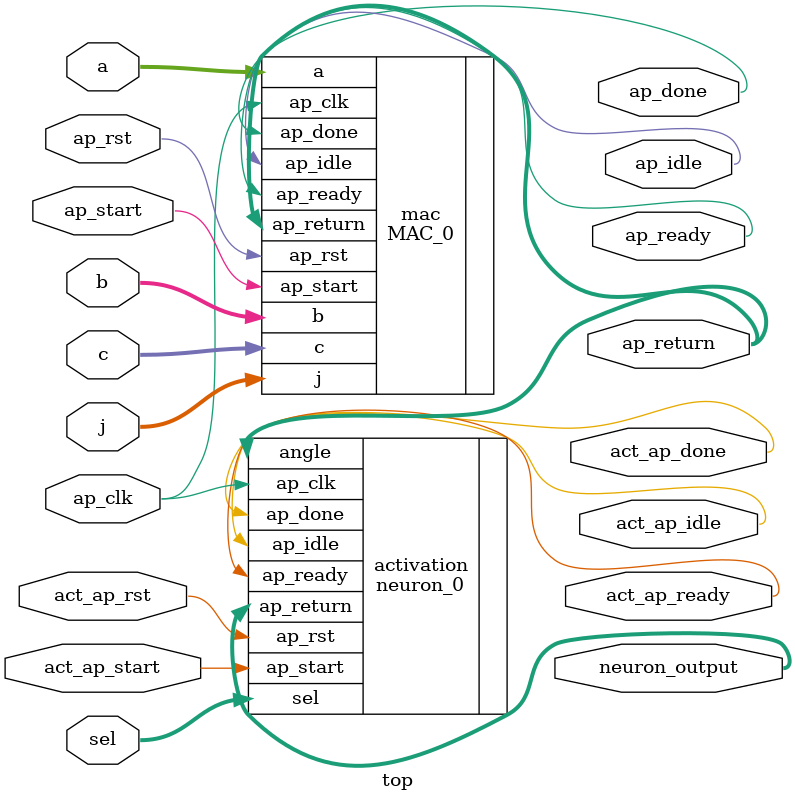
<source format=v>
`timescale 1ns / 1ps


module top(
    input ap_clk,
    input ap_rst,
    input ap_start,
    output ap_done,
    output ap_idle,
    output ap_ready,
    output [31:0] ap_return,
    input [31:0] a,
    input [31:0] b,
    input [31:0] c,
    input [31:0] j,
    
    input act_ap_rst,
    input act_ap_start,
    output act_ap_done,
    output act_ap_idle,
    output act_ap_ready,
    input [31:0] sel,
    output [31:0] neuron_output
    );
    
MAC_0 mac (
  .ap_clk(ap_clk),        // input wire ap_clk
  .ap_rst(ap_rst),        // input wire ap_rst
  .ap_start(ap_start),    // input wire ap_start
  .ap_done(ap_done),      // output wire ap_done
  .ap_idle(ap_idle),      // output wire ap_idle
  .ap_ready(ap_ready),    // output wire ap_ready
  .ap_return(ap_return),  // output wire [31 : 0] ap_return
  .a(a),                  // input wire [31 : 0] a
  .b(b),                  // input wire [31 : 0] b
  .c(c),                  // input wire [31 : 0] c
  .j(j)                  // input wire [31 : 0] j
);

neuron_0 activation (
  .ap_clk(ap_clk),        // input wire ap_clk
  .ap_rst(act_ap_rst),        // input wire ap_rst
  .ap_start(act_ap_start),    // input wire ap_start
  .ap_done(act_ap_done),      // output wire ap_done
  .ap_idle(act_ap_idle),      // output wire ap_idle
  .ap_ready(act_ap_ready),    // output wire ap_ready
  .ap_return(neuron_output),  // output wire [31 : 0] ap_return
  .angle(ap_return),          // input wire [31 : 0] angle
  .sel(sel)              // input wire [31 : 0] sel
);
endmodule

</source>
